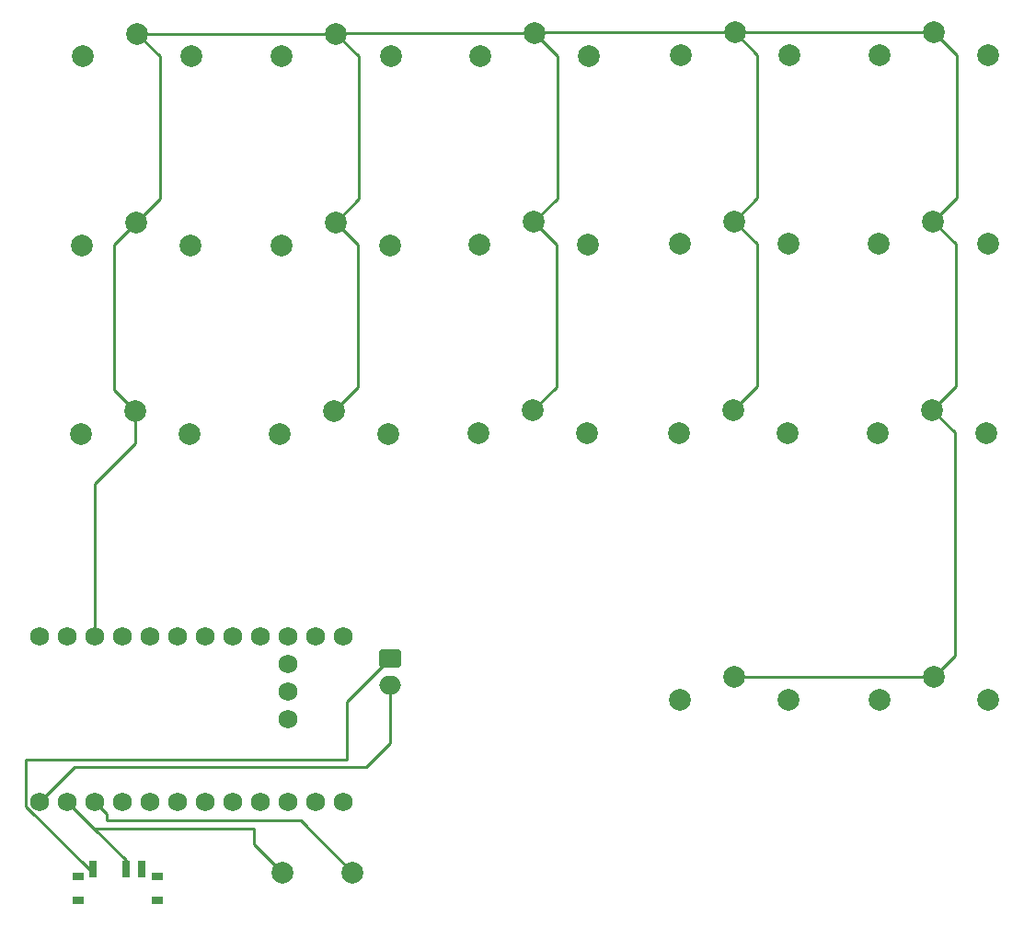
<source format=gbr>
%TF.GenerationSoftware,KiCad,Pcbnew,7.0.6-0*%
%TF.CreationDate,2024-10-24T11:02:24+08:00*%
%TF.ProjectId,kweba,6b776562-612e-46b6-9963-61645f706362,rev?*%
%TF.SameCoordinates,Original*%
%TF.FileFunction,Copper,L1,Top*%
%TF.FilePolarity,Positive*%
%FSLAX46Y46*%
G04 Gerber Fmt 4.6, Leading zero omitted, Abs format (unit mm)*
G04 Created by KiCad (PCBNEW 7.0.6-0) date 2024-10-24 11:02:24*
%MOMM*%
%LPD*%
G01*
G04 APERTURE LIST*
G04 Aperture macros list*
%AMRoundRect*
0 Rectangle with rounded corners*
0 $1 Rounding radius*
0 $2 $3 $4 $5 $6 $7 $8 $9 X,Y pos of 4 corners*
0 Add a 4 corners polygon primitive as box body*
4,1,4,$2,$3,$4,$5,$6,$7,$8,$9,$2,$3,0*
0 Add four circle primitives for the rounded corners*
1,1,$1+$1,$2,$3*
1,1,$1+$1,$4,$5*
1,1,$1+$1,$6,$7*
1,1,$1+$1,$8,$9*
0 Add four rect primitives between the rounded corners*
20,1,$1+$1,$2,$3,$4,$5,0*
20,1,$1+$1,$4,$5,$6,$7,0*
20,1,$1+$1,$6,$7,$8,$9,0*
20,1,$1+$1,$8,$9,$2,$3,0*%
G04 Aperture macros list end*
%TA.AperFunction,ComponentPad*%
%ADD10C,1.752600*%
%TD*%
%TA.AperFunction,ComponentPad*%
%ADD11C,2.000000*%
%TD*%
%TA.AperFunction,SMDPad,CuDef*%
%ADD12R,1.000000X0.800000*%
%TD*%
%TA.AperFunction,SMDPad,CuDef*%
%ADD13R,0.700000X1.500000*%
%TD*%
%TA.AperFunction,ComponentPad*%
%ADD14RoundRect,0.250000X-0.750000X0.600000X-0.750000X-0.600000X0.750000X-0.600000X0.750000X0.600000X0*%
%TD*%
%TA.AperFunction,ComponentPad*%
%ADD15O,2.000000X1.700000*%
%TD*%
%TA.AperFunction,Conductor*%
%ADD16C,0.250000*%
%TD*%
G04 APERTURE END LIST*
D10*
%TO.P,U1,1,TX0/P0.06*%
%TO.N,R1*%
X-247133250Y-183830000D03*
%TO.P,U1,2,RX1/P0.08*%
%TO.N,R2*%
X-244593250Y-183830000D03*
%TO.P,U1,3,GND*%
%TO.N,GND1*%
X-242053250Y-183830000D03*
%TO.P,U1,4,GND*%
%TO.N,unconnected-(U1-GND-Pad4)*%
X-239513250Y-183830000D03*
%TO.P,U1,5,P0.17*%
%TO.N,R3*%
X-236973250Y-183830000D03*
%TO.P,U1,6,P0.20*%
%TO.N,R7*%
X-234433250Y-183830000D03*
%TO.P,U1,7,P0.22*%
%TO.N,R8*%
X-231893250Y-183830000D03*
%TO.P,U1,8,P0.24*%
%TO.N,R9*%
X-229353250Y-183830000D03*
%TO.P,U1,9,P1.00*%
%TO.N,R15*%
X-226813250Y-183830000D03*
%TO.P,U1,10,P0.11*%
%TO.N,R13*%
X-224273250Y-183830000D03*
%TO.P,U1,11,P1.04*%
%TO.N,R14*%
X-221733250Y-183830000D03*
%TO.P,U1,12,P1.06*%
%TO.N,R4*%
X-219193250Y-183830000D03*
%TO.P,U1,13,NFC1/P0.09*%
%TO.N,R17*%
X-219193250Y-199070000D03*
%TO.P,U1,14,NFC2/P0.10*%
%TO.N,R16*%
X-221733250Y-199070000D03*
%TO.P,U1,15,P1.11*%
%TO.N,R12*%
X-224273250Y-199070000D03*
%TO.P,U1,16,P1.13*%
%TO.N,R11*%
X-226813250Y-199070000D03*
%TO.P,U1,17,P1.15*%
%TO.N,R10*%
X-229353250Y-199070000D03*
%TO.P,U1,18,AIN0/P0.02*%
%TO.N,R6*%
X-231893250Y-199070000D03*
%TO.P,U1,19,AIN5/P0.29*%
%TO.N,R5*%
X-234433250Y-199070000D03*
%TO.P,U1,20,AIN7/P0.31*%
%TO.N,unconnected-(U1-AIN7{slash}P0.31-Pad20)*%
X-236973250Y-199070000D03*
%TO.P,U1,21,VCC*%
%TO.N,unconnected-(U1-VCC-Pad21)*%
X-239513250Y-199070000D03*
%TO.P,U1,22,RST*%
%TO.N,RST*%
X-242053250Y-199070000D03*
%TO.P,U1,23,GND*%
%TO.N,GND*%
X-244593250Y-199070000D03*
%TO.P,U1,24,BATIN/P0.04*%
%TO.N,BAT*%
X-247133250Y-199070000D03*
%TO.P,U1,31,P1.01*%
%TO.N,unconnected-(U1-P1.01-Pad31)*%
X-224273250Y-186370000D03*
%TO.P,U1,32,P1.02*%
%TO.N,unconnected-(U1-P1.02-Pad32)*%
X-224273250Y-188910000D03*
%TO.P,U1,33,P1.07*%
%TO.N,unconnected-(U1-P1.07-Pad33)*%
X-224273250Y-191450000D03*
%TD*%
D11*
%TO.P,SW15,1,1*%
%TO.N,GND1*%
X-201725000Y-163075000D03*
%TO.P,SW15,2,2*%
%TO.N,R14*%
X-206725000Y-165175000D03*
X-196725000Y-165175000D03*
%TD*%
%TO.P,SW2,1,1*%
%TO.N,GND1*%
X-238225000Y-145750000D03*
%TO.P,SW2,2,2*%
%TO.N,R2*%
X-243225000Y-147850000D03*
X-233225000Y-147850000D03*
%TD*%
%TO.P,SW6,1,1*%
%TO.N,GND1*%
X-183300000Y-163025000D03*
%TO.P,SW6,2,2*%
%TO.N,R6*%
X-188300000Y-165125000D03*
X-178300000Y-165125000D03*
%TD*%
D12*
%TO.P,SW18,*%
%TO.N,*%
X-243600000Y-205975000D03*
X-243600000Y-208185000D03*
X-236300000Y-205975000D03*
X-236300000Y-208185000D03*
D13*
%TO.P,SW18,1,A*%
%TO.N,SWB*%
X-242200000Y-205325000D03*
%TO.P,SW18,2,B*%
%TO.N,GND*%
X-239200000Y-205325000D03*
%TO.P,SW18,3,C*%
%TO.N,unconnected-(SW18-C-Pad3)*%
X-237700000Y-205325000D03*
%TD*%
D11*
%TO.P,SW5,1,1*%
%TO.N,GND1*%
X-183200000Y-145650000D03*
%TO.P,SW5,2,2*%
%TO.N,R5*%
X-188200000Y-147750000D03*
X-178200000Y-147750000D03*
%TD*%
%TO.P,SW11,1,1*%
%TO.N,GND1*%
X-164875000Y-145650000D03*
%TO.P,SW11,2,2*%
%TO.N,R11*%
X-169875000Y-147750000D03*
X-159875000Y-147750000D03*
%TD*%
%TO.P,SW14,1,1*%
%TO.N,GND1*%
X-201625000Y-145700000D03*
%TO.P,SW14,2,2*%
%TO.N,R13*%
X-206625000Y-147800000D03*
X-196625000Y-147800000D03*
%TD*%
%TO.P,SW7,1,1*%
%TO.N,GND1*%
X-219825000Y-128375000D03*
%TO.P,SW7,2,2*%
%TO.N,R7*%
X-224825000Y-130475000D03*
X-214825000Y-130475000D03*
%TD*%
%TO.P,SW4,1,1*%
%TO.N,GND1*%
X-183125000Y-128275000D03*
%TO.P,SW4,2,2*%
%TO.N,R4*%
X-188125000Y-130375000D03*
X-178125000Y-130375000D03*
%TD*%
%TO.P,SW12,1,1*%
%TO.N,GND1*%
X-164975000Y-163025000D03*
%TO.P,SW12,2,2*%
%TO.N,R12*%
X-169975000Y-165125000D03*
X-159975000Y-165125000D03*
%TD*%
%TO.P,SW16,1,1*%
%TO.N,GND1*%
X-183225000Y-187575000D03*
%TO.P,SW16,2,2*%
%TO.N,R16*%
X-188225000Y-189675000D03*
X-178225000Y-189675000D03*
%TD*%
%TO.P,SW3,1,1*%
%TO.N,GND1*%
X-238325000Y-163125000D03*
%TO.P,SW3,2,2*%
%TO.N,R3*%
X-243325000Y-165225000D03*
X-233325000Y-165225000D03*
%TD*%
%TO.P,SW13,1,1*%
%TO.N,GND1*%
X-201550000Y-128325000D03*
%TO.P,SW13,2,2*%
%TO.N,R15*%
X-206550000Y-130425000D03*
X-196550000Y-130425000D03*
%TD*%
%TO.P,SW19,1,1*%
%TO.N,GND*%
X-224800000Y-205600000D03*
%TO.P,SW19,2,2*%
%TO.N,RST*%
X-218300000Y-205600000D03*
%TD*%
%TO.P,SW17,1,1*%
%TO.N,GND1*%
X-164850000Y-187575000D03*
%TO.P,SW17,2,2*%
%TO.N,R17*%
X-169850000Y-189675000D03*
X-159850000Y-189675000D03*
%TD*%
%TO.P,SW8,1,1*%
%TO.N,GND1*%
X-219900000Y-145750000D03*
%TO.P,SW8,2,2*%
%TO.N,R8*%
X-224900000Y-147850000D03*
X-214900000Y-147850000D03*
%TD*%
%TO.P,SW10,1,1*%
%TO.N,GND1*%
X-164800000Y-128275000D03*
%TO.P,SW10,2,2*%
%TO.N,R10*%
X-169800000Y-130375000D03*
X-159800000Y-130375000D03*
%TD*%
%TO.P,SW1,1,1*%
%TO.N,GND1*%
X-238150000Y-128375000D03*
%TO.P,SW1,2,2*%
%TO.N,R1*%
X-243150000Y-130475000D03*
X-233150000Y-130475000D03*
%TD*%
%TO.P,SW9,1,1*%
%TO.N,GND1*%
X-220000000Y-163125000D03*
%TO.P,SW9,2,2*%
%TO.N,R9*%
X-225000000Y-165225000D03*
X-215000000Y-165225000D03*
%TD*%
D14*
%TO.P,J1,1,Pin_1*%
%TO.N,SWB*%
X-214850000Y-185875000D03*
D15*
%TO.P,J1,2,Pin_2*%
%TO.N,BAT*%
X-214850000Y-188375000D03*
%TD*%
D16*
%TO.N,BAT*%
X-247133250Y-199070000D02*
X-243913250Y-195850000D01*
X-243913250Y-195850000D02*
X-217050000Y-195850000D01*
X-217050000Y-195850000D02*
X-214850000Y-193650000D01*
X-214850000Y-193650000D02*
X-214850000Y-188375000D01*
%TO.N,SWB*%
X-218875000Y-195175000D02*
X-218875000Y-189900000D01*
X-218875000Y-189900000D02*
X-214850000Y-185875000D01*
X-218875000Y-195175000D02*
X-248375000Y-195175000D01*
X-248375000Y-199477145D02*
X-248400000Y-199502145D01*
X-248375000Y-195175000D02*
X-248375000Y-199477145D01*
X-242200000Y-205325000D02*
X-242577145Y-205325000D01*
X-242577145Y-205325000D02*
X-248400000Y-199502145D01*
%TO.N,GND*%
X-224800000Y-205600000D02*
X-227400000Y-203000000D01*
X-239200000Y-205325000D02*
X-239200000Y-204463250D01*
X-242138250Y-201525000D02*
X-244593250Y-199070000D01*
X-239200000Y-204463250D02*
X-242138250Y-201525000D01*
X-227400000Y-203000000D02*
X-227400000Y-201525000D01*
X-227400000Y-201525000D02*
X-242138250Y-201525000D01*
%TO.N,RST*%
X-240925000Y-200198250D02*
X-242053250Y-199070000D01*
X-218300000Y-205600000D02*
X-223075000Y-200825000D01*
X-240925000Y-200825000D02*
X-240925000Y-200198250D01*
X-223075000Y-200825000D02*
X-240925000Y-200825000D01*
%TO.N,GND1*%
X-219825000Y-128375000D02*
X-217750000Y-130450000D01*
X-164800000Y-128275000D02*
X-183125000Y-128275000D01*
X-199475000Y-130400000D02*
X-199475000Y-143550000D01*
X-164850000Y-187575000D02*
X-183225000Y-187575000D01*
X-181050000Y-143500000D02*
X-183200000Y-145650000D01*
X-162725000Y-143500000D02*
X-164875000Y-145650000D01*
X-242053250Y-169818757D02*
X-242053250Y-183830000D01*
X-219775000Y-128325000D02*
X-219825000Y-128375000D01*
X-236075000Y-143600000D02*
X-238225000Y-145750000D01*
X-183125000Y-128275000D02*
X-181050000Y-130350000D01*
X-201550000Y-128325000D02*
X-219775000Y-128325000D01*
X-199475000Y-143550000D02*
X-201625000Y-145700000D01*
X-162725000Y-130350000D02*
X-162725000Y-143500000D01*
X-181125000Y-160850000D02*
X-183300000Y-163025000D01*
X-183125000Y-128275000D02*
X-201500000Y-128275000D01*
X-201550000Y-128325000D02*
X-199475000Y-130400000D01*
X-199550000Y-160900000D02*
X-201725000Y-163075000D01*
X-201625000Y-145700000D02*
X-199550000Y-147775000D01*
X-162900000Y-165100000D02*
X-162900000Y-185625000D01*
X-238150000Y-128375000D02*
X-236075000Y-130450000D01*
X-181125000Y-147725000D02*
X-181125000Y-160850000D01*
X-238325000Y-163125000D02*
X-238325000Y-166090507D01*
X-240300000Y-161150000D02*
X-238325000Y-163125000D01*
X-236075000Y-130450000D02*
X-236075000Y-143600000D01*
X-240300000Y-147825000D02*
X-240300000Y-161150000D01*
X-183200000Y-145650000D02*
X-181125000Y-147725000D01*
X-164800000Y-128275000D02*
X-162725000Y-130350000D01*
X-217750000Y-143600000D02*
X-219900000Y-145750000D01*
X-217825000Y-160950000D02*
X-220000000Y-163125000D01*
X-162800000Y-147725000D02*
X-162800000Y-160850000D01*
X-217750000Y-130450000D02*
X-217750000Y-143600000D01*
X-238150000Y-128375000D02*
X-219825000Y-128375000D01*
X-219900000Y-145750000D02*
X-217825000Y-147825000D01*
X-217825000Y-147825000D02*
X-217825000Y-160950000D01*
X-164975000Y-163025000D02*
X-162900000Y-165100000D01*
X-181050000Y-130350000D02*
X-181050000Y-143500000D01*
X-238325000Y-166090507D02*
X-242053250Y-169818757D01*
X-162900000Y-185625000D02*
X-164850000Y-187575000D01*
X-199550000Y-147775000D02*
X-199550000Y-160900000D01*
X-162800000Y-160850000D02*
X-164975000Y-163025000D01*
X-201500000Y-128275000D02*
X-201550000Y-128325000D01*
X-164875000Y-145650000D02*
X-162800000Y-147725000D01*
X-238225000Y-145750000D02*
X-240300000Y-147825000D01*
%TD*%
M02*

</source>
